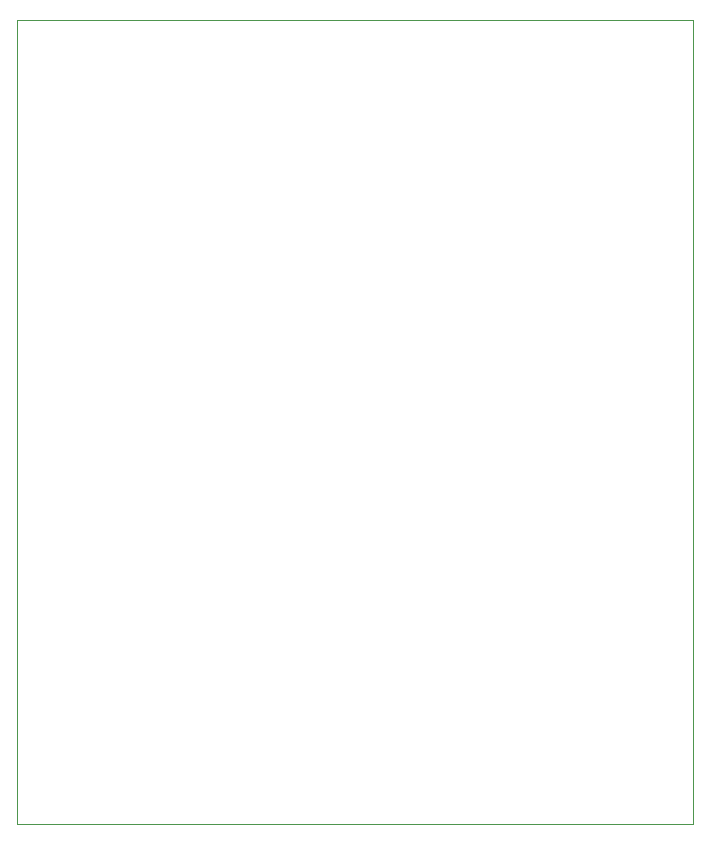
<source format=gbr>
G04 #@! TF.GenerationSoftware,KiCad,Pcbnew,9.0.4*
G04 #@! TF.CreationDate,2025-09-25T11:49:33+08:00*
G04 #@! TF.ProjectId,boost-convertor,626f6f73-742d-4636-9f6e-766572746f72,rev?*
G04 #@! TF.SameCoordinates,Original*
G04 #@! TF.FileFunction,Profile,NP*
%FSLAX46Y46*%
G04 Gerber Fmt 4.6, Leading zero omitted, Abs format (unit mm)*
G04 Created by KiCad (PCBNEW 9.0.4) date 2025-09-25 11:49:33*
%MOMM*%
%LPD*%
G01*
G04 APERTURE LIST*
G04 #@! TA.AperFunction,Profile*
%ADD10C,0.050000*%
G04 #@! TD*
G04 APERTURE END LIST*
D10*
X82950000Y-47500000D02*
X140200000Y-47500000D01*
X140200000Y-115550000D01*
X82950000Y-115550000D01*
X82950000Y-47500000D01*
M02*

</source>
